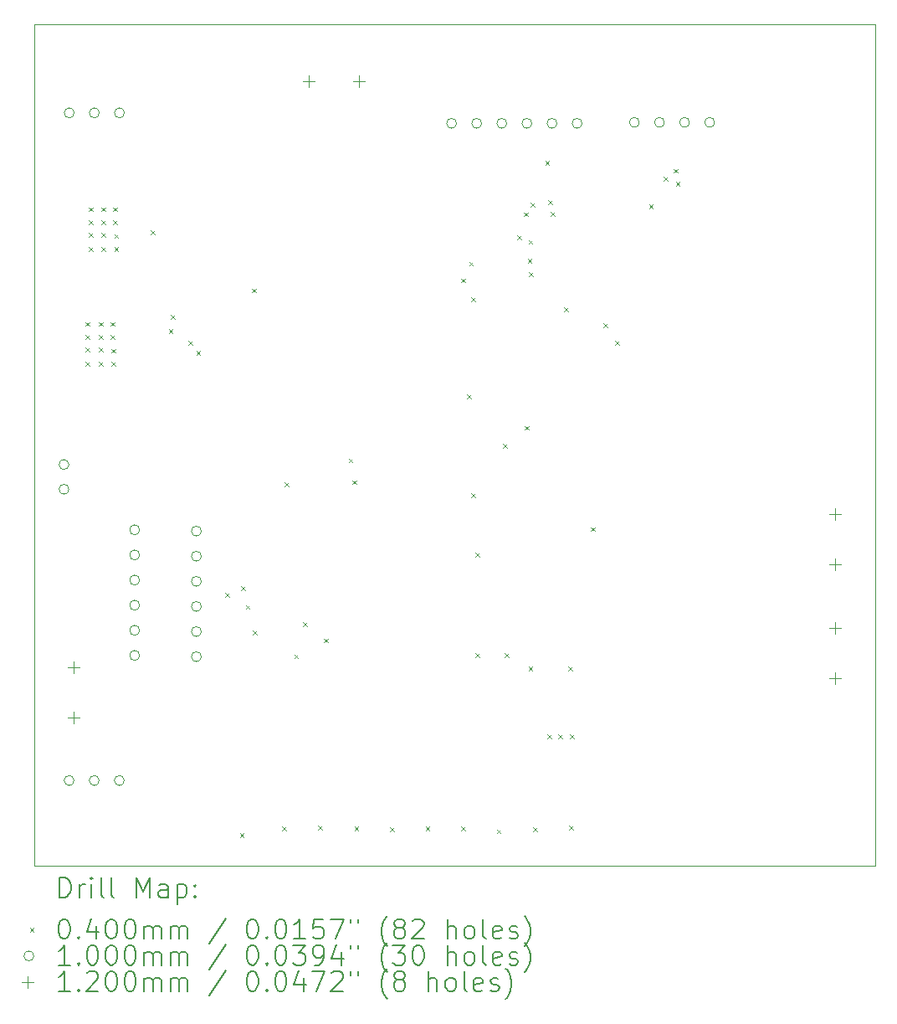
<source format=gbr>
%TF.GenerationSoftware,KiCad,Pcbnew,7.0.9*%
%TF.CreationDate,2024-06-22T09:01:44+05:30*%
%TF.ProjectId,BMS_LV_ADDON,424d535f-4c56-45f4-9144-444f4e2e6b69,rev?*%
%TF.SameCoordinates,Original*%
%TF.FileFunction,Drillmap*%
%TF.FilePolarity,Positive*%
%FSLAX45Y45*%
G04 Gerber Fmt 4.5, Leading zero omitted, Abs format (unit mm)*
G04 Created by KiCad (PCBNEW 7.0.9) date 2024-06-22 09:01:44*
%MOMM*%
%LPD*%
G01*
G04 APERTURE LIST*
%ADD10C,0.100000*%
%ADD11C,0.200000*%
%ADD12C,0.120000*%
G04 APERTURE END LIST*
D10*
X0Y0D02*
X8510000Y0D01*
X8510000Y-8510000D01*
X0Y-8510000D01*
X0Y0D01*
D11*
D10*
X520000Y-3010000D02*
X560000Y-3050000D01*
X560000Y-3010000D02*
X520000Y-3050000D01*
X520000Y-3140000D02*
X560000Y-3180000D01*
X560000Y-3140000D02*
X520000Y-3180000D01*
X520000Y-3270000D02*
X560000Y-3310000D01*
X560000Y-3270000D02*
X520000Y-3310000D01*
X520000Y-3410000D02*
X560000Y-3450000D01*
X560000Y-3410000D02*
X520000Y-3450000D01*
X550000Y-1850000D02*
X590000Y-1890000D01*
X590000Y-1850000D02*
X550000Y-1890000D01*
X550000Y-1980000D02*
X590000Y-2020000D01*
X590000Y-1980000D02*
X550000Y-2020000D01*
X550000Y-2110000D02*
X590000Y-2150000D01*
X590000Y-2110000D02*
X550000Y-2150000D01*
X550000Y-2250000D02*
X590000Y-2290000D01*
X590000Y-2250000D02*
X550000Y-2290000D01*
X650000Y-3010000D02*
X690000Y-3050000D01*
X690000Y-3010000D02*
X650000Y-3050000D01*
X650000Y-3140000D02*
X690000Y-3180000D01*
X690000Y-3140000D02*
X650000Y-3180000D01*
X650000Y-3270000D02*
X690000Y-3310000D01*
X690000Y-3270000D02*
X650000Y-3310000D01*
X650000Y-3410000D02*
X690000Y-3450000D01*
X690000Y-3410000D02*
X650000Y-3450000D01*
X680000Y-1850000D02*
X720000Y-1890000D01*
X720000Y-1850000D02*
X680000Y-1890000D01*
X680000Y-1980000D02*
X720000Y-2020000D01*
X720000Y-1980000D02*
X680000Y-2020000D01*
X680000Y-2110000D02*
X720000Y-2150000D01*
X720000Y-2110000D02*
X680000Y-2150000D01*
X680000Y-2250000D02*
X720000Y-2290000D01*
X720000Y-2250000D02*
X680000Y-2290000D01*
X770000Y-3010000D02*
X810000Y-3050000D01*
X810000Y-3010000D02*
X770000Y-3050000D01*
X770000Y-3140000D02*
X810000Y-3180000D01*
X810000Y-3140000D02*
X770000Y-3180000D01*
X780000Y-3280000D02*
X820000Y-3320000D01*
X820000Y-3280000D02*
X780000Y-3320000D01*
X780000Y-3410000D02*
X820000Y-3450000D01*
X820000Y-3410000D02*
X780000Y-3450000D01*
X800000Y-1850000D02*
X840000Y-1890000D01*
X840000Y-1850000D02*
X800000Y-1890000D01*
X800000Y-1980000D02*
X840000Y-2020000D01*
X840000Y-1980000D02*
X800000Y-2020000D01*
X810000Y-2120000D02*
X850000Y-2160000D01*
X850000Y-2120000D02*
X810000Y-2160000D01*
X810000Y-2250000D02*
X850000Y-2290000D01*
X850000Y-2250000D02*
X810000Y-2290000D01*
X1180000Y-2080000D02*
X1220000Y-2120000D01*
X1220000Y-2080000D02*
X1180000Y-2120000D01*
X1360000Y-3080000D02*
X1400000Y-3120000D01*
X1400000Y-3080000D02*
X1360000Y-3120000D01*
X1380000Y-2940000D02*
X1420000Y-2980000D01*
X1420000Y-2940000D02*
X1380000Y-2980000D01*
X1560000Y-3200000D02*
X1600000Y-3240000D01*
X1600000Y-3200000D02*
X1560000Y-3240000D01*
X1640000Y-3300000D02*
X1680000Y-3340000D01*
X1680000Y-3300000D02*
X1640000Y-3340000D01*
X1930000Y-5750000D02*
X1970000Y-5790000D01*
X1970000Y-5750000D02*
X1930000Y-5790000D01*
X2080000Y-8180000D02*
X2120000Y-8220000D01*
X2120000Y-8180000D02*
X2080000Y-8220000D01*
X2091750Y-5680000D02*
X2131750Y-5720000D01*
X2131750Y-5680000D02*
X2091750Y-5720000D01*
X2140000Y-5870000D02*
X2180000Y-5910000D01*
X2180000Y-5870000D02*
X2140000Y-5910000D01*
X2200000Y-2670000D02*
X2240000Y-2710000D01*
X2240000Y-2670000D02*
X2200000Y-2710000D01*
X2210000Y-6130000D02*
X2250000Y-6170000D01*
X2250000Y-6130000D02*
X2210000Y-6170000D01*
X2510000Y-8110000D02*
X2550000Y-8150000D01*
X2550000Y-8110000D02*
X2510000Y-8150000D01*
X2530000Y-4630000D02*
X2570000Y-4670000D01*
X2570000Y-4630000D02*
X2530000Y-4670000D01*
X2630000Y-6370000D02*
X2670000Y-6410000D01*
X2670000Y-6370000D02*
X2630000Y-6410000D01*
X2717324Y-6042676D02*
X2757324Y-6082676D01*
X2757324Y-6042676D02*
X2717324Y-6082676D01*
X2870000Y-8100000D02*
X2910000Y-8140000D01*
X2910000Y-8100000D02*
X2870000Y-8140000D01*
X2930000Y-6210000D02*
X2970000Y-6250000D01*
X2970000Y-6210000D02*
X2930000Y-6250000D01*
X3179750Y-4390000D02*
X3219750Y-4430000D01*
X3219750Y-4390000D02*
X3179750Y-4430000D01*
X3220000Y-4610000D02*
X3260000Y-4650000D01*
X3260000Y-4610000D02*
X3220000Y-4650000D01*
X3240000Y-8110000D02*
X3280000Y-8150000D01*
X3280000Y-8110000D02*
X3240000Y-8150000D01*
X3600000Y-8120000D02*
X3640000Y-8160000D01*
X3640000Y-8120000D02*
X3600000Y-8160000D01*
X3960000Y-8110000D02*
X4000000Y-8150000D01*
X4000000Y-8110000D02*
X3960000Y-8150000D01*
X4317610Y-2569126D02*
X4357610Y-2609126D01*
X4357610Y-2569126D02*
X4317610Y-2609126D01*
X4320000Y-8110000D02*
X4360000Y-8150000D01*
X4360000Y-8110000D02*
X4320000Y-8150000D01*
X4380000Y-3740000D02*
X4420000Y-3780000D01*
X4420000Y-3740000D02*
X4380000Y-3780000D01*
X4400000Y-2400000D02*
X4440000Y-2440000D01*
X4440000Y-2400000D02*
X4400000Y-2440000D01*
X4420000Y-2760000D02*
X4460000Y-2800000D01*
X4460000Y-2760000D02*
X4420000Y-2800000D01*
X4420000Y-4740000D02*
X4460000Y-4780000D01*
X4460000Y-4740000D02*
X4420000Y-4780000D01*
X4460000Y-5340000D02*
X4500000Y-5380000D01*
X4500000Y-5340000D02*
X4460000Y-5380000D01*
X4460000Y-6360000D02*
X4500000Y-6400000D01*
X4500000Y-6360000D02*
X4460000Y-6400000D01*
X4680000Y-8140000D02*
X4720000Y-8180000D01*
X4720000Y-8140000D02*
X4680000Y-8180000D01*
X4740000Y-4240000D02*
X4780000Y-4280000D01*
X4780000Y-4240000D02*
X4740000Y-4280000D01*
X4760000Y-6360000D02*
X4800000Y-6400000D01*
X4800000Y-6360000D02*
X4760000Y-6400000D01*
X4888629Y-2135452D02*
X4928629Y-2175452D01*
X4928629Y-2135452D02*
X4888629Y-2175452D01*
X4953531Y-1899850D02*
X4993531Y-1939850D01*
X4993531Y-1899850D02*
X4953531Y-1939850D01*
X4960000Y-4060000D02*
X5000000Y-4100000D01*
X5000000Y-4060000D02*
X4960000Y-4100000D01*
X4991699Y-2371699D02*
X5031699Y-2411699D01*
X5031699Y-2371699D02*
X4991699Y-2411699D01*
X5000000Y-2180000D02*
X5040000Y-2220000D01*
X5040000Y-2180000D02*
X5000000Y-2220000D01*
X5000000Y-6495050D02*
X5040000Y-6535050D01*
X5040000Y-6495050D02*
X5000000Y-6535050D01*
X5002550Y-2505116D02*
X5042550Y-2545116D01*
X5042550Y-2505116D02*
X5002550Y-2545116D01*
X5020000Y-1800000D02*
X5060000Y-1840000D01*
X5060000Y-1800000D02*
X5020000Y-1840000D01*
X5050000Y-8120000D02*
X5090000Y-8160000D01*
X5090000Y-8120000D02*
X5050000Y-8160000D01*
X5170000Y-1380000D02*
X5210000Y-1420000D01*
X5210000Y-1380000D02*
X5170000Y-1420000D01*
X5190000Y-7180000D02*
X5230000Y-7220000D01*
X5230000Y-7180000D02*
X5190000Y-7220000D01*
X5200000Y-1780000D02*
X5240000Y-1820000D01*
X5240000Y-1780000D02*
X5200000Y-1820000D01*
X5226021Y-1897094D02*
X5266021Y-1937094D01*
X5266021Y-1897094D02*
X5226021Y-1937094D01*
X5300000Y-7180000D02*
X5340000Y-7220000D01*
X5340000Y-7180000D02*
X5300000Y-7220000D01*
X5360000Y-2860000D02*
X5400000Y-2900000D01*
X5400000Y-2860000D02*
X5360000Y-2900000D01*
X5400000Y-6495050D02*
X5440000Y-6535050D01*
X5440000Y-6495050D02*
X5400000Y-6535050D01*
X5410000Y-8100000D02*
X5450000Y-8140000D01*
X5450000Y-8100000D02*
X5410000Y-8140000D01*
X5420000Y-7180000D02*
X5460000Y-7220000D01*
X5460000Y-7180000D02*
X5420000Y-7220000D01*
X5630000Y-5083250D02*
X5670000Y-5123250D01*
X5670000Y-5083250D02*
X5630000Y-5123250D01*
X5760000Y-3020000D02*
X5800000Y-3060000D01*
X5800000Y-3020000D02*
X5760000Y-3060000D01*
X5880000Y-3200000D02*
X5920000Y-3240000D01*
X5920000Y-3200000D02*
X5880000Y-3240000D01*
X6220000Y-1820000D02*
X6260000Y-1860000D01*
X6260000Y-1820000D02*
X6220000Y-1860000D01*
X6370000Y-1542450D02*
X6410000Y-1582450D01*
X6410000Y-1542450D02*
X6370000Y-1582450D01*
X6470000Y-1460000D02*
X6510000Y-1500000D01*
X6510000Y-1460000D02*
X6470000Y-1500000D01*
X6490000Y-1590000D02*
X6530000Y-1630000D01*
X6530000Y-1590000D02*
X6490000Y-1630000D01*
X350000Y-4450000D02*
G75*
G03*
X350000Y-4450000I-50000J0D01*
G01*
X350000Y-4700000D02*
G75*
G03*
X350000Y-4700000I-50000J0D01*
G01*
X402000Y-7645000D02*
G75*
G03*
X402000Y-7645000I-50000J0D01*
G01*
X403500Y-893800D02*
G75*
G03*
X403500Y-893800I-50000J0D01*
G01*
X656000Y-7645000D02*
G75*
G03*
X656000Y-7645000I-50000J0D01*
G01*
X657500Y-893800D02*
G75*
G03*
X657500Y-893800I-50000J0D01*
G01*
X910000Y-7645000D02*
G75*
G03*
X910000Y-7645000I-50000J0D01*
G01*
X911500Y-893800D02*
G75*
G03*
X911500Y-893800I-50000J0D01*
G01*
X1065000Y-5110000D02*
G75*
G03*
X1065000Y-5110000I-50000J0D01*
G01*
X1065000Y-5364000D02*
G75*
G03*
X1065000Y-5364000I-50000J0D01*
G01*
X1065000Y-5618000D02*
G75*
G03*
X1065000Y-5618000I-50000J0D01*
G01*
X1065000Y-5872000D02*
G75*
G03*
X1065000Y-5872000I-50000J0D01*
G01*
X1065000Y-6126000D02*
G75*
G03*
X1065000Y-6126000I-50000J0D01*
G01*
X1065000Y-6380000D02*
G75*
G03*
X1065000Y-6380000I-50000J0D01*
G01*
X1690000Y-5123000D02*
G75*
G03*
X1690000Y-5123000I-50000J0D01*
G01*
X1690000Y-5377000D02*
G75*
G03*
X1690000Y-5377000I-50000J0D01*
G01*
X1690000Y-5631000D02*
G75*
G03*
X1690000Y-5631000I-50000J0D01*
G01*
X1690000Y-5885000D02*
G75*
G03*
X1690000Y-5885000I-50000J0D01*
G01*
X1690000Y-6139000D02*
G75*
G03*
X1690000Y-6139000I-50000J0D01*
G01*
X1690000Y-6393000D02*
G75*
G03*
X1690000Y-6393000I-50000J0D01*
G01*
X4272500Y-1000000D02*
G75*
G03*
X4272500Y-1000000I-50000J0D01*
G01*
X4526500Y-1000000D02*
G75*
G03*
X4526500Y-1000000I-50000J0D01*
G01*
X4780500Y-1000000D02*
G75*
G03*
X4780500Y-1000000I-50000J0D01*
G01*
X5034500Y-1000000D02*
G75*
G03*
X5034500Y-1000000I-50000J0D01*
G01*
X5288500Y-1000000D02*
G75*
G03*
X5288500Y-1000000I-50000J0D01*
G01*
X5542500Y-1000000D02*
G75*
G03*
X5542500Y-1000000I-50000J0D01*
G01*
X6122000Y-990000D02*
G75*
G03*
X6122000Y-990000I-50000J0D01*
G01*
X6376000Y-990000D02*
G75*
G03*
X6376000Y-990000I-50000J0D01*
G01*
X6630000Y-990000D02*
G75*
G03*
X6630000Y-990000I-50000J0D01*
G01*
X6884000Y-990000D02*
G75*
G03*
X6884000Y-990000I-50000J0D01*
G01*
D12*
X400000Y-6440000D02*
X400000Y-6560000D01*
X340000Y-6500000D02*
X460000Y-6500000D01*
X400000Y-6948000D02*
X400000Y-7068000D01*
X340000Y-7008000D02*
X460000Y-7008000D01*
X2774200Y-514000D02*
X2774200Y-634000D01*
X2714200Y-574000D02*
X2834200Y-574000D01*
X3282200Y-514000D02*
X3282200Y-634000D01*
X3222200Y-574000D02*
X3342200Y-574000D01*
X8100000Y-4887750D02*
X8100000Y-5007750D01*
X8040000Y-4947750D02*
X8160000Y-4947750D01*
X8100000Y-5395750D02*
X8100000Y-5515750D01*
X8040000Y-5455750D02*
X8160000Y-5455750D01*
X8100000Y-6040000D02*
X8100000Y-6160000D01*
X8040000Y-6100000D02*
X8160000Y-6100000D01*
X8100000Y-6548000D02*
X8100000Y-6668000D01*
X8040000Y-6608000D02*
X8160000Y-6608000D01*
D11*
X255777Y-8826484D02*
X255777Y-8626484D01*
X255777Y-8626484D02*
X303396Y-8626484D01*
X303396Y-8626484D02*
X331967Y-8636008D01*
X331967Y-8636008D02*
X351015Y-8655055D01*
X351015Y-8655055D02*
X360539Y-8674103D01*
X360539Y-8674103D02*
X370062Y-8712198D01*
X370062Y-8712198D02*
X370062Y-8740770D01*
X370062Y-8740770D02*
X360539Y-8778865D01*
X360539Y-8778865D02*
X351015Y-8797912D01*
X351015Y-8797912D02*
X331967Y-8816960D01*
X331967Y-8816960D02*
X303396Y-8826484D01*
X303396Y-8826484D02*
X255777Y-8826484D01*
X455777Y-8826484D02*
X455777Y-8693150D01*
X455777Y-8731246D02*
X465301Y-8712198D01*
X465301Y-8712198D02*
X474824Y-8702674D01*
X474824Y-8702674D02*
X493872Y-8693150D01*
X493872Y-8693150D02*
X512920Y-8693150D01*
X579586Y-8826484D02*
X579586Y-8693150D01*
X579586Y-8626484D02*
X570063Y-8636008D01*
X570063Y-8636008D02*
X579586Y-8645531D01*
X579586Y-8645531D02*
X589110Y-8636008D01*
X589110Y-8636008D02*
X579586Y-8626484D01*
X579586Y-8626484D02*
X579586Y-8645531D01*
X703396Y-8826484D02*
X684348Y-8816960D01*
X684348Y-8816960D02*
X674824Y-8797912D01*
X674824Y-8797912D02*
X674824Y-8626484D01*
X808158Y-8826484D02*
X789110Y-8816960D01*
X789110Y-8816960D02*
X779586Y-8797912D01*
X779586Y-8797912D02*
X779586Y-8626484D01*
X1036729Y-8826484D02*
X1036729Y-8626484D01*
X1036729Y-8626484D02*
X1103396Y-8769341D01*
X1103396Y-8769341D02*
X1170063Y-8626484D01*
X1170063Y-8626484D02*
X1170063Y-8826484D01*
X1351015Y-8826484D02*
X1351015Y-8721722D01*
X1351015Y-8721722D02*
X1341491Y-8702674D01*
X1341491Y-8702674D02*
X1322444Y-8693150D01*
X1322444Y-8693150D02*
X1284348Y-8693150D01*
X1284348Y-8693150D02*
X1265301Y-8702674D01*
X1351015Y-8816960D02*
X1331967Y-8826484D01*
X1331967Y-8826484D02*
X1284348Y-8826484D01*
X1284348Y-8826484D02*
X1265301Y-8816960D01*
X1265301Y-8816960D02*
X1255777Y-8797912D01*
X1255777Y-8797912D02*
X1255777Y-8778865D01*
X1255777Y-8778865D02*
X1265301Y-8759817D01*
X1265301Y-8759817D02*
X1284348Y-8750293D01*
X1284348Y-8750293D02*
X1331967Y-8750293D01*
X1331967Y-8750293D02*
X1351015Y-8740770D01*
X1446253Y-8693150D02*
X1446253Y-8893150D01*
X1446253Y-8702674D02*
X1465301Y-8693150D01*
X1465301Y-8693150D02*
X1503396Y-8693150D01*
X1503396Y-8693150D02*
X1522443Y-8702674D01*
X1522443Y-8702674D02*
X1531967Y-8712198D01*
X1531967Y-8712198D02*
X1541491Y-8731246D01*
X1541491Y-8731246D02*
X1541491Y-8788389D01*
X1541491Y-8788389D02*
X1531967Y-8807436D01*
X1531967Y-8807436D02*
X1522443Y-8816960D01*
X1522443Y-8816960D02*
X1503396Y-8826484D01*
X1503396Y-8826484D02*
X1465301Y-8826484D01*
X1465301Y-8826484D02*
X1446253Y-8816960D01*
X1627205Y-8807436D02*
X1636729Y-8816960D01*
X1636729Y-8816960D02*
X1627205Y-8826484D01*
X1627205Y-8826484D02*
X1617682Y-8816960D01*
X1617682Y-8816960D02*
X1627205Y-8807436D01*
X1627205Y-8807436D02*
X1627205Y-8826484D01*
X1627205Y-8702674D02*
X1636729Y-8712198D01*
X1636729Y-8712198D02*
X1627205Y-8721722D01*
X1627205Y-8721722D02*
X1617682Y-8712198D01*
X1617682Y-8712198D02*
X1627205Y-8702674D01*
X1627205Y-8702674D02*
X1627205Y-8721722D01*
D10*
X-45000Y-9135000D02*
X-5000Y-9175000D01*
X-5000Y-9135000D02*
X-45000Y-9175000D01*
D11*
X293872Y-9046484D02*
X312920Y-9046484D01*
X312920Y-9046484D02*
X331967Y-9056008D01*
X331967Y-9056008D02*
X341491Y-9065531D01*
X341491Y-9065531D02*
X351015Y-9084579D01*
X351015Y-9084579D02*
X360539Y-9122674D01*
X360539Y-9122674D02*
X360539Y-9170293D01*
X360539Y-9170293D02*
X351015Y-9208389D01*
X351015Y-9208389D02*
X341491Y-9227436D01*
X341491Y-9227436D02*
X331967Y-9236960D01*
X331967Y-9236960D02*
X312920Y-9246484D01*
X312920Y-9246484D02*
X293872Y-9246484D01*
X293872Y-9246484D02*
X274824Y-9236960D01*
X274824Y-9236960D02*
X265301Y-9227436D01*
X265301Y-9227436D02*
X255777Y-9208389D01*
X255777Y-9208389D02*
X246253Y-9170293D01*
X246253Y-9170293D02*
X246253Y-9122674D01*
X246253Y-9122674D02*
X255777Y-9084579D01*
X255777Y-9084579D02*
X265301Y-9065531D01*
X265301Y-9065531D02*
X274824Y-9056008D01*
X274824Y-9056008D02*
X293872Y-9046484D01*
X446253Y-9227436D02*
X455777Y-9236960D01*
X455777Y-9236960D02*
X446253Y-9246484D01*
X446253Y-9246484D02*
X436729Y-9236960D01*
X436729Y-9236960D02*
X446253Y-9227436D01*
X446253Y-9227436D02*
X446253Y-9246484D01*
X627205Y-9113150D02*
X627205Y-9246484D01*
X579586Y-9036960D02*
X531967Y-9179817D01*
X531967Y-9179817D02*
X655777Y-9179817D01*
X770062Y-9046484D02*
X789110Y-9046484D01*
X789110Y-9046484D02*
X808158Y-9056008D01*
X808158Y-9056008D02*
X817682Y-9065531D01*
X817682Y-9065531D02*
X827205Y-9084579D01*
X827205Y-9084579D02*
X836729Y-9122674D01*
X836729Y-9122674D02*
X836729Y-9170293D01*
X836729Y-9170293D02*
X827205Y-9208389D01*
X827205Y-9208389D02*
X817682Y-9227436D01*
X817682Y-9227436D02*
X808158Y-9236960D01*
X808158Y-9236960D02*
X789110Y-9246484D01*
X789110Y-9246484D02*
X770062Y-9246484D01*
X770062Y-9246484D02*
X751015Y-9236960D01*
X751015Y-9236960D02*
X741491Y-9227436D01*
X741491Y-9227436D02*
X731967Y-9208389D01*
X731967Y-9208389D02*
X722443Y-9170293D01*
X722443Y-9170293D02*
X722443Y-9122674D01*
X722443Y-9122674D02*
X731967Y-9084579D01*
X731967Y-9084579D02*
X741491Y-9065531D01*
X741491Y-9065531D02*
X751015Y-9056008D01*
X751015Y-9056008D02*
X770062Y-9046484D01*
X960539Y-9046484D02*
X979586Y-9046484D01*
X979586Y-9046484D02*
X998634Y-9056008D01*
X998634Y-9056008D02*
X1008158Y-9065531D01*
X1008158Y-9065531D02*
X1017682Y-9084579D01*
X1017682Y-9084579D02*
X1027205Y-9122674D01*
X1027205Y-9122674D02*
X1027205Y-9170293D01*
X1027205Y-9170293D02*
X1017682Y-9208389D01*
X1017682Y-9208389D02*
X1008158Y-9227436D01*
X1008158Y-9227436D02*
X998634Y-9236960D01*
X998634Y-9236960D02*
X979586Y-9246484D01*
X979586Y-9246484D02*
X960539Y-9246484D01*
X960539Y-9246484D02*
X941491Y-9236960D01*
X941491Y-9236960D02*
X931967Y-9227436D01*
X931967Y-9227436D02*
X922443Y-9208389D01*
X922443Y-9208389D02*
X912920Y-9170293D01*
X912920Y-9170293D02*
X912920Y-9122674D01*
X912920Y-9122674D02*
X922443Y-9084579D01*
X922443Y-9084579D02*
X931967Y-9065531D01*
X931967Y-9065531D02*
X941491Y-9056008D01*
X941491Y-9056008D02*
X960539Y-9046484D01*
X1112920Y-9246484D02*
X1112920Y-9113150D01*
X1112920Y-9132198D02*
X1122444Y-9122674D01*
X1122444Y-9122674D02*
X1141491Y-9113150D01*
X1141491Y-9113150D02*
X1170063Y-9113150D01*
X1170063Y-9113150D02*
X1189110Y-9122674D01*
X1189110Y-9122674D02*
X1198634Y-9141722D01*
X1198634Y-9141722D02*
X1198634Y-9246484D01*
X1198634Y-9141722D02*
X1208158Y-9122674D01*
X1208158Y-9122674D02*
X1227205Y-9113150D01*
X1227205Y-9113150D02*
X1255777Y-9113150D01*
X1255777Y-9113150D02*
X1274825Y-9122674D01*
X1274825Y-9122674D02*
X1284348Y-9141722D01*
X1284348Y-9141722D02*
X1284348Y-9246484D01*
X1379586Y-9246484D02*
X1379586Y-9113150D01*
X1379586Y-9132198D02*
X1389110Y-9122674D01*
X1389110Y-9122674D02*
X1408158Y-9113150D01*
X1408158Y-9113150D02*
X1436729Y-9113150D01*
X1436729Y-9113150D02*
X1455777Y-9122674D01*
X1455777Y-9122674D02*
X1465301Y-9141722D01*
X1465301Y-9141722D02*
X1465301Y-9246484D01*
X1465301Y-9141722D02*
X1474824Y-9122674D01*
X1474824Y-9122674D02*
X1493872Y-9113150D01*
X1493872Y-9113150D02*
X1522443Y-9113150D01*
X1522443Y-9113150D02*
X1541491Y-9122674D01*
X1541491Y-9122674D02*
X1551015Y-9141722D01*
X1551015Y-9141722D02*
X1551015Y-9246484D01*
X1941491Y-9036960D02*
X1770063Y-9294103D01*
X2198634Y-9046484D02*
X2217682Y-9046484D01*
X2217682Y-9046484D02*
X2236729Y-9056008D01*
X2236729Y-9056008D02*
X2246253Y-9065531D01*
X2246253Y-9065531D02*
X2255777Y-9084579D01*
X2255777Y-9084579D02*
X2265301Y-9122674D01*
X2265301Y-9122674D02*
X2265301Y-9170293D01*
X2265301Y-9170293D02*
X2255777Y-9208389D01*
X2255777Y-9208389D02*
X2246253Y-9227436D01*
X2246253Y-9227436D02*
X2236729Y-9236960D01*
X2236729Y-9236960D02*
X2217682Y-9246484D01*
X2217682Y-9246484D02*
X2198634Y-9246484D01*
X2198634Y-9246484D02*
X2179587Y-9236960D01*
X2179587Y-9236960D02*
X2170063Y-9227436D01*
X2170063Y-9227436D02*
X2160539Y-9208389D01*
X2160539Y-9208389D02*
X2151015Y-9170293D01*
X2151015Y-9170293D02*
X2151015Y-9122674D01*
X2151015Y-9122674D02*
X2160539Y-9084579D01*
X2160539Y-9084579D02*
X2170063Y-9065531D01*
X2170063Y-9065531D02*
X2179587Y-9056008D01*
X2179587Y-9056008D02*
X2198634Y-9046484D01*
X2351015Y-9227436D02*
X2360539Y-9236960D01*
X2360539Y-9236960D02*
X2351015Y-9246484D01*
X2351015Y-9246484D02*
X2341491Y-9236960D01*
X2341491Y-9236960D02*
X2351015Y-9227436D01*
X2351015Y-9227436D02*
X2351015Y-9246484D01*
X2484348Y-9046484D02*
X2503396Y-9046484D01*
X2503396Y-9046484D02*
X2522444Y-9056008D01*
X2522444Y-9056008D02*
X2531968Y-9065531D01*
X2531968Y-9065531D02*
X2541491Y-9084579D01*
X2541491Y-9084579D02*
X2551015Y-9122674D01*
X2551015Y-9122674D02*
X2551015Y-9170293D01*
X2551015Y-9170293D02*
X2541491Y-9208389D01*
X2541491Y-9208389D02*
X2531968Y-9227436D01*
X2531968Y-9227436D02*
X2522444Y-9236960D01*
X2522444Y-9236960D02*
X2503396Y-9246484D01*
X2503396Y-9246484D02*
X2484348Y-9246484D01*
X2484348Y-9246484D02*
X2465301Y-9236960D01*
X2465301Y-9236960D02*
X2455777Y-9227436D01*
X2455777Y-9227436D02*
X2446253Y-9208389D01*
X2446253Y-9208389D02*
X2436729Y-9170293D01*
X2436729Y-9170293D02*
X2436729Y-9122674D01*
X2436729Y-9122674D02*
X2446253Y-9084579D01*
X2446253Y-9084579D02*
X2455777Y-9065531D01*
X2455777Y-9065531D02*
X2465301Y-9056008D01*
X2465301Y-9056008D02*
X2484348Y-9046484D01*
X2741491Y-9246484D02*
X2627206Y-9246484D01*
X2684348Y-9246484D02*
X2684348Y-9046484D01*
X2684348Y-9046484D02*
X2665301Y-9075055D01*
X2665301Y-9075055D02*
X2646253Y-9094103D01*
X2646253Y-9094103D02*
X2627206Y-9103627D01*
X2922444Y-9046484D02*
X2827206Y-9046484D01*
X2827206Y-9046484D02*
X2817682Y-9141722D01*
X2817682Y-9141722D02*
X2827206Y-9132198D01*
X2827206Y-9132198D02*
X2846253Y-9122674D01*
X2846253Y-9122674D02*
X2893872Y-9122674D01*
X2893872Y-9122674D02*
X2912920Y-9132198D01*
X2912920Y-9132198D02*
X2922444Y-9141722D01*
X2922444Y-9141722D02*
X2931967Y-9160770D01*
X2931967Y-9160770D02*
X2931967Y-9208389D01*
X2931967Y-9208389D02*
X2922444Y-9227436D01*
X2922444Y-9227436D02*
X2912920Y-9236960D01*
X2912920Y-9236960D02*
X2893872Y-9246484D01*
X2893872Y-9246484D02*
X2846253Y-9246484D01*
X2846253Y-9246484D02*
X2827206Y-9236960D01*
X2827206Y-9236960D02*
X2817682Y-9227436D01*
X2998634Y-9046484D02*
X3131967Y-9046484D01*
X3131967Y-9046484D02*
X3046253Y-9246484D01*
X3198634Y-9046484D02*
X3198634Y-9084579D01*
X3274825Y-9046484D02*
X3274825Y-9084579D01*
X3570063Y-9322674D02*
X3560539Y-9313150D01*
X3560539Y-9313150D02*
X3541491Y-9284579D01*
X3541491Y-9284579D02*
X3531968Y-9265531D01*
X3531968Y-9265531D02*
X3522444Y-9236960D01*
X3522444Y-9236960D02*
X3512920Y-9189341D01*
X3512920Y-9189341D02*
X3512920Y-9151246D01*
X3512920Y-9151246D02*
X3522444Y-9103627D01*
X3522444Y-9103627D02*
X3531968Y-9075055D01*
X3531968Y-9075055D02*
X3541491Y-9056008D01*
X3541491Y-9056008D02*
X3560539Y-9027436D01*
X3560539Y-9027436D02*
X3570063Y-9017912D01*
X3674825Y-9132198D02*
X3655777Y-9122674D01*
X3655777Y-9122674D02*
X3646253Y-9113150D01*
X3646253Y-9113150D02*
X3636729Y-9094103D01*
X3636729Y-9094103D02*
X3636729Y-9084579D01*
X3636729Y-9084579D02*
X3646253Y-9065531D01*
X3646253Y-9065531D02*
X3655777Y-9056008D01*
X3655777Y-9056008D02*
X3674825Y-9046484D01*
X3674825Y-9046484D02*
X3712920Y-9046484D01*
X3712920Y-9046484D02*
X3731968Y-9056008D01*
X3731968Y-9056008D02*
X3741491Y-9065531D01*
X3741491Y-9065531D02*
X3751015Y-9084579D01*
X3751015Y-9084579D02*
X3751015Y-9094103D01*
X3751015Y-9094103D02*
X3741491Y-9113150D01*
X3741491Y-9113150D02*
X3731968Y-9122674D01*
X3731968Y-9122674D02*
X3712920Y-9132198D01*
X3712920Y-9132198D02*
X3674825Y-9132198D01*
X3674825Y-9132198D02*
X3655777Y-9141722D01*
X3655777Y-9141722D02*
X3646253Y-9151246D01*
X3646253Y-9151246D02*
X3636729Y-9170293D01*
X3636729Y-9170293D02*
X3636729Y-9208389D01*
X3636729Y-9208389D02*
X3646253Y-9227436D01*
X3646253Y-9227436D02*
X3655777Y-9236960D01*
X3655777Y-9236960D02*
X3674825Y-9246484D01*
X3674825Y-9246484D02*
X3712920Y-9246484D01*
X3712920Y-9246484D02*
X3731968Y-9236960D01*
X3731968Y-9236960D02*
X3741491Y-9227436D01*
X3741491Y-9227436D02*
X3751015Y-9208389D01*
X3751015Y-9208389D02*
X3751015Y-9170293D01*
X3751015Y-9170293D02*
X3741491Y-9151246D01*
X3741491Y-9151246D02*
X3731968Y-9141722D01*
X3731968Y-9141722D02*
X3712920Y-9132198D01*
X3827206Y-9065531D02*
X3836729Y-9056008D01*
X3836729Y-9056008D02*
X3855777Y-9046484D01*
X3855777Y-9046484D02*
X3903396Y-9046484D01*
X3903396Y-9046484D02*
X3922444Y-9056008D01*
X3922444Y-9056008D02*
X3931968Y-9065531D01*
X3931968Y-9065531D02*
X3941491Y-9084579D01*
X3941491Y-9084579D02*
X3941491Y-9103627D01*
X3941491Y-9103627D02*
X3931968Y-9132198D01*
X3931968Y-9132198D02*
X3817682Y-9246484D01*
X3817682Y-9246484D02*
X3941491Y-9246484D01*
X4179587Y-9246484D02*
X4179587Y-9046484D01*
X4265301Y-9246484D02*
X4265301Y-9141722D01*
X4265301Y-9141722D02*
X4255777Y-9122674D01*
X4255777Y-9122674D02*
X4236730Y-9113150D01*
X4236730Y-9113150D02*
X4208158Y-9113150D01*
X4208158Y-9113150D02*
X4189110Y-9122674D01*
X4189110Y-9122674D02*
X4179587Y-9132198D01*
X4389111Y-9246484D02*
X4370063Y-9236960D01*
X4370063Y-9236960D02*
X4360539Y-9227436D01*
X4360539Y-9227436D02*
X4351015Y-9208389D01*
X4351015Y-9208389D02*
X4351015Y-9151246D01*
X4351015Y-9151246D02*
X4360539Y-9132198D01*
X4360539Y-9132198D02*
X4370063Y-9122674D01*
X4370063Y-9122674D02*
X4389111Y-9113150D01*
X4389111Y-9113150D02*
X4417682Y-9113150D01*
X4417682Y-9113150D02*
X4436730Y-9122674D01*
X4436730Y-9122674D02*
X4446253Y-9132198D01*
X4446253Y-9132198D02*
X4455777Y-9151246D01*
X4455777Y-9151246D02*
X4455777Y-9208389D01*
X4455777Y-9208389D02*
X4446253Y-9227436D01*
X4446253Y-9227436D02*
X4436730Y-9236960D01*
X4436730Y-9236960D02*
X4417682Y-9246484D01*
X4417682Y-9246484D02*
X4389111Y-9246484D01*
X4570063Y-9246484D02*
X4551015Y-9236960D01*
X4551015Y-9236960D02*
X4541492Y-9217912D01*
X4541492Y-9217912D02*
X4541492Y-9046484D01*
X4722444Y-9236960D02*
X4703396Y-9246484D01*
X4703396Y-9246484D02*
X4665301Y-9246484D01*
X4665301Y-9246484D02*
X4646253Y-9236960D01*
X4646253Y-9236960D02*
X4636730Y-9217912D01*
X4636730Y-9217912D02*
X4636730Y-9141722D01*
X4636730Y-9141722D02*
X4646253Y-9122674D01*
X4646253Y-9122674D02*
X4665301Y-9113150D01*
X4665301Y-9113150D02*
X4703396Y-9113150D01*
X4703396Y-9113150D02*
X4722444Y-9122674D01*
X4722444Y-9122674D02*
X4731968Y-9141722D01*
X4731968Y-9141722D02*
X4731968Y-9160770D01*
X4731968Y-9160770D02*
X4636730Y-9179817D01*
X4808158Y-9236960D02*
X4827206Y-9246484D01*
X4827206Y-9246484D02*
X4865301Y-9246484D01*
X4865301Y-9246484D02*
X4884349Y-9236960D01*
X4884349Y-9236960D02*
X4893873Y-9217912D01*
X4893873Y-9217912D02*
X4893873Y-9208389D01*
X4893873Y-9208389D02*
X4884349Y-9189341D01*
X4884349Y-9189341D02*
X4865301Y-9179817D01*
X4865301Y-9179817D02*
X4836730Y-9179817D01*
X4836730Y-9179817D02*
X4817682Y-9170293D01*
X4817682Y-9170293D02*
X4808158Y-9151246D01*
X4808158Y-9151246D02*
X4808158Y-9141722D01*
X4808158Y-9141722D02*
X4817682Y-9122674D01*
X4817682Y-9122674D02*
X4836730Y-9113150D01*
X4836730Y-9113150D02*
X4865301Y-9113150D01*
X4865301Y-9113150D02*
X4884349Y-9122674D01*
X4960539Y-9322674D02*
X4970063Y-9313150D01*
X4970063Y-9313150D02*
X4989111Y-9284579D01*
X4989111Y-9284579D02*
X4998634Y-9265531D01*
X4998634Y-9265531D02*
X5008158Y-9236960D01*
X5008158Y-9236960D02*
X5017682Y-9189341D01*
X5017682Y-9189341D02*
X5017682Y-9151246D01*
X5017682Y-9151246D02*
X5008158Y-9103627D01*
X5008158Y-9103627D02*
X4998634Y-9075055D01*
X4998634Y-9075055D02*
X4989111Y-9056008D01*
X4989111Y-9056008D02*
X4970063Y-9027436D01*
X4970063Y-9027436D02*
X4960539Y-9017912D01*
D10*
X-5000Y-9419000D02*
G75*
G03*
X-5000Y-9419000I-50000J0D01*
G01*
D11*
X360539Y-9510484D02*
X246253Y-9510484D01*
X303396Y-9510484D02*
X303396Y-9310484D01*
X303396Y-9310484D02*
X284348Y-9339055D01*
X284348Y-9339055D02*
X265301Y-9358103D01*
X265301Y-9358103D02*
X246253Y-9367627D01*
X446253Y-9491436D02*
X455777Y-9500960D01*
X455777Y-9500960D02*
X446253Y-9510484D01*
X446253Y-9510484D02*
X436729Y-9500960D01*
X436729Y-9500960D02*
X446253Y-9491436D01*
X446253Y-9491436D02*
X446253Y-9510484D01*
X579586Y-9310484D02*
X598634Y-9310484D01*
X598634Y-9310484D02*
X617682Y-9320008D01*
X617682Y-9320008D02*
X627205Y-9329531D01*
X627205Y-9329531D02*
X636729Y-9348579D01*
X636729Y-9348579D02*
X646253Y-9386674D01*
X646253Y-9386674D02*
X646253Y-9434293D01*
X646253Y-9434293D02*
X636729Y-9472389D01*
X636729Y-9472389D02*
X627205Y-9491436D01*
X627205Y-9491436D02*
X617682Y-9500960D01*
X617682Y-9500960D02*
X598634Y-9510484D01*
X598634Y-9510484D02*
X579586Y-9510484D01*
X579586Y-9510484D02*
X560539Y-9500960D01*
X560539Y-9500960D02*
X551015Y-9491436D01*
X551015Y-9491436D02*
X541491Y-9472389D01*
X541491Y-9472389D02*
X531967Y-9434293D01*
X531967Y-9434293D02*
X531967Y-9386674D01*
X531967Y-9386674D02*
X541491Y-9348579D01*
X541491Y-9348579D02*
X551015Y-9329531D01*
X551015Y-9329531D02*
X560539Y-9320008D01*
X560539Y-9320008D02*
X579586Y-9310484D01*
X770062Y-9310484D02*
X789110Y-9310484D01*
X789110Y-9310484D02*
X808158Y-9320008D01*
X808158Y-9320008D02*
X817682Y-9329531D01*
X817682Y-9329531D02*
X827205Y-9348579D01*
X827205Y-9348579D02*
X836729Y-9386674D01*
X836729Y-9386674D02*
X836729Y-9434293D01*
X836729Y-9434293D02*
X827205Y-9472389D01*
X827205Y-9472389D02*
X817682Y-9491436D01*
X817682Y-9491436D02*
X808158Y-9500960D01*
X808158Y-9500960D02*
X789110Y-9510484D01*
X789110Y-9510484D02*
X770062Y-9510484D01*
X770062Y-9510484D02*
X751015Y-9500960D01*
X751015Y-9500960D02*
X741491Y-9491436D01*
X741491Y-9491436D02*
X731967Y-9472389D01*
X731967Y-9472389D02*
X722443Y-9434293D01*
X722443Y-9434293D02*
X722443Y-9386674D01*
X722443Y-9386674D02*
X731967Y-9348579D01*
X731967Y-9348579D02*
X741491Y-9329531D01*
X741491Y-9329531D02*
X751015Y-9320008D01*
X751015Y-9320008D02*
X770062Y-9310484D01*
X960539Y-9310484D02*
X979586Y-9310484D01*
X979586Y-9310484D02*
X998634Y-9320008D01*
X998634Y-9320008D02*
X1008158Y-9329531D01*
X1008158Y-9329531D02*
X1017682Y-9348579D01*
X1017682Y-9348579D02*
X1027205Y-9386674D01*
X1027205Y-9386674D02*
X1027205Y-9434293D01*
X1027205Y-9434293D02*
X1017682Y-9472389D01*
X1017682Y-9472389D02*
X1008158Y-9491436D01*
X1008158Y-9491436D02*
X998634Y-9500960D01*
X998634Y-9500960D02*
X979586Y-9510484D01*
X979586Y-9510484D02*
X960539Y-9510484D01*
X960539Y-9510484D02*
X941491Y-9500960D01*
X941491Y-9500960D02*
X931967Y-9491436D01*
X931967Y-9491436D02*
X922443Y-9472389D01*
X922443Y-9472389D02*
X912920Y-9434293D01*
X912920Y-9434293D02*
X912920Y-9386674D01*
X912920Y-9386674D02*
X922443Y-9348579D01*
X922443Y-9348579D02*
X931967Y-9329531D01*
X931967Y-9329531D02*
X941491Y-9320008D01*
X941491Y-9320008D02*
X960539Y-9310484D01*
X1112920Y-9510484D02*
X1112920Y-9377150D01*
X1112920Y-9396198D02*
X1122444Y-9386674D01*
X1122444Y-9386674D02*
X1141491Y-9377150D01*
X1141491Y-9377150D02*
X1170063Y-9377150D01*
X1170063Y-9377150D02*
X1189110Y-9386674D01*
X1189110Y-9386674D02*
X1198634Y-9405722D01*
X1198634Y-9405722D02*
X1198634Y-9510484D01*
X1198634Y-9405722D02*
X1208158Y-9386674D01*
X1208158Y-9386674D02*
X1227205Y-9377150D01*
X1227205Y-9377150D02*
X1255777Y-9377150D01*
X1255777Y-9377150D02*
X1274825Y-9386674D01*
X1274825Y-9386674D02*
X1284348Y-9405722D01*
X1284348Y-9405722D02*
X1284348Y-9510484D01*
X1379586Y-9510484D02*
X1379586Y-9377150D01*
X1379586Y-9396198D02*
X1389110Y-9386674D01*
X1389110Y-9386674D02*
X1408158Y-9377150D01*
X1408158Y-9377150D02*
X1436729Y-9377150D01*
X1436729Y-9377150D02*
X1455777Y-9386674D01*
X1455777Y-9386674D02*
X1465301Y-9405722D01*
X1465301Y-9405722D02*
X1465301Y-9510484D01*
X1465301Y-9405722D02*
X1474824Y-9386674D01*
X1474824Y-9386674D02*
X1493872Y-9377150D01*
X1493872Y-9377150D02*
X1522443Y-9377150D01*
X1522443Y-9377150D02*
X1541491Y-9386674D01*
X1541491Y-9386674D02*
X1551015Y-9405722D01*
X1551015Y-9405722D02*
X1551015Y-9510484D01*
X1941491Y-9300960D02*
X1770063Y-9558103D01*
X2198634Y-9310484D02*
X2217682Y-9310484D01*
X2217682Y-9310484D02*
X2236729Y-9320008D01*
X2236729Y-9320008D02*
X2246253Y-9329531D01*
X2246253Y-9329531D02*
X2255777Y-9348579D01*
X2255777Y-9348579D02*
X2265301Y-9386674D01*
X2265301Y-9386674D02*
X2265301Y-9434293D01*
X2265301Y-9434293D02*
X2255777Y-9472389D01*
X2255777Y-9472389D02*
X2246253Y-9491436D01*
X2246253Y-9491436D02*
X2236729Y-9500960D01*
X2236729Y-9500960D02*
X2217682Y-9510484D01*
X2217682Y-9510484D02*
X2198634Y-9510484D01*
X2198634Y-9510484D02*
X2179587Y-9500960D01*
X2179587Y-9500960D02*
X2170063Y-9491436D01*
X2170063Y-9491436D02*
X2160539Y-9472389D01*
X2160539Y-9472389D02*
X2151015Y-9434293D01*
X2151015Y-9434293D02*
X2151015Y-9386674D01*
X2151015Y-9386674D02*
X2160539Y-9348579D01*
X2160539Y-9348579D02*
X2170063Y-9329531D01*
X2170063Y-9329531D02*
X2179587Y-9320008D01*
X2179587Y-9320008D02*
X2198634Y-9310484D01*
X2351015Y-9491436D02*
X2360539Y-9500960D01*
X2360539Y-9500960D02*
X2351015Y-9510484D01*
X2351015Y-9510484D02*
X2341491Y-9500960D01*
X2341491Y-9500960D02*
X2351015Y-9491436D01*
X2351015Y-9491436D02*
X2351015Y-9510484D01*
X2484348Y-9310484D02*
X2503396Y-9310484D01*
X2503396Y-9310484D02*
X2522444Y-9320008D01*
X2522444Y-9320008D02*
X2531968Y-9329531D01*
X2531968Y-9329531D02*
X2541491Y-9348579D01*
X2541491Y-9348579D02*
X2551015Y-9386674D01*
X2551015Y-9386674D02*
X2551015Y-9434293D01*
X2551015Y-9434293D02*
X2541491Y-9472389D01*
X2541491Y-9472389D02*
X2531968Y-9491436D01*
X2531968Y-9491436D02*
X2522444Y-9500960D01*
X2522444Y-9500960D02*
X2503396Y-9510484D01*
X2503396Y-9510484D02*
X2484348Y-9510484D01*
X2484348Y-9510484D02*
X2465301Y-9500960D01*
X2465301Y-9500960D02*
X2455777Y-9491436D01*
X2455777Y-9491436D02*
X2446253Y-9472389D01*
X2446253Y-9472389D02*
X2436729Y-9434293D01*
X2436729Y-9434293D02*
X2436729Y-9386674D01*
X2436729Y-9386674D02*
X2446253Y-9348579D01*
X2446253Y-9348579D02*
X2455777Y-9329531D01*
X2455777Y-9329531D02*
X2465301Y-9320008D01*
X2465301Y-9320008D02*
X2484348Y-9310484D01*
X2617682Y-9310484D02*
X2741491Y-9310484D01*
X2741491Y-9310484D02*
X2674825Y-9386674D01*
X2674825Y-9386674D02*
X2703396Y-9386674D01*
X2703396Y-9386674D02*
X2722444Y-9396198D01*
X2722444Y-9396198D02*
X2731968Y-9405722D01*
X2731968Y-9405722D02*
X2741491Y-9424770D01*
X2741491Y-9424770D02*
X2741491Y-9472389D01*
X2741491Y-9472389D02*
X2731968Y-9491436D01*
X2731968Y-9491436D02*
X2722444Y-9500960D01*
X2722444Y-9500960D02*
X2703396Y-9510484D01*
X2703396Y-9510484D02*
X2646253Y-9510484D01*
X2646253Y-9510484D02*
X2627206Y-9500960D01*
X2627206Y-9500960D02*
X2617682Y-9491436D01*
X2836729Y-9510484D02*
X2874825Y-9510484D01*
X2874825Y-9510484D02*
X2893872Y-9500960D01*
X2893872Y-9500960D02*
X2903396Y-9491436D01*
X2903396Y-9491436D02*
X2922444Y-9462865D01*
X2922444Y-9462865D02*
X2931967Y-9424770D01*
X2931967Y-9424770D02*
X2931967Y-9348579D01*
X2931967Y-9348579D02*
X2922444Y-9329531D01*
X2922444Y-9329531D02*
X2912920Y-9320008D01*
X2912920Y-9320008D02*
X2893872Y-9310484D01*
X2893872Y-9310484D02*
X2855777Y-9310484D01*
X2855777Y-9310484D02*
X2836729Y-9320008D01*
X2836729Y-9320008D02*
X2827206Y-9329531D01*
X2827206Y-9329531D02*
X2817682Y-9348579D01*
X2817682Y-9348579D02*
X2817682Y-9396198D01*
X2817682Y-9396198D02*
X2827206Y-9415246D01*
X2827206Y-9415246D02*
X2836729Y-9424770D01*
X2836729Y-9424770D02*
X2855777Y-9434293D01*
X2855777Y-9434293D02*
X2893872Y-9434293D01*
X2893872Y-9434293D02*
X2912920Y-9424770D01*
X2912920Y-9424770D02*
X2922444Y-9415246D01*
X2922444Y-9415246D02*
X2931967Y-9396198D01*
X3103396Y-9377150D02*
X3103396Y-9510484D01*
X3055777Y-9300960D02*
X3008158Y-9443817D01*
X3008158Y-9443817D02*
X3131967Y-9443817D01*
X3198634Y-9310484D02*
X3198634Y-9348579D01*
X3274825Y-9310484D02*
X3274825Y-9348579D01*
X3570063Y-9586674D02*
X3560539Y-9577150D01*
X3560539Y-9577150D02*
X3541491Y-9548579D01*
X3541491Y-9548579D02*
X3531968Y-9529531D01*
X3531968Y-9529531D02*
X3522444Y-9500960D01*
X3522444Y-9500960D02*
X3512920Y-9453341D01*
X3512920Y-9453341D02*
X3512920Y-9415246D01*
X3512920Y-9415246D02*
X3522444Y-9367627D01*
X3522444Y-9367627D02*
X3531968Y-9339055D01*
X3531968Y-9339055D02*
X3541491Y-9320008D01*
X3541491Y-9320008D02*
X3560539Y-9291436D01*
X3560539Y-9291436D02*
X3570063Y-9281912D01*
X3627206Y-9310484D02*
X3751015Y-9310484D01*
X3751015Y-9310484D02*
X3684348Y-9386674D01*
X3684348Y-9386674D02*
X3712920Y-9386674D01*
X3712920Y-9386674D02*
X3731968Y-9396198D01*
X3731968Y-9396198D02*
X3741491Y-9405722D01*
X3741491Y-9405722D02*
X3751015Y-9424770D01*
X3751015Y-9424770D02*
X3751015Y-9472389D01*
X3751015Y-9472389D02*
X3741491Y-9491436D01*
X3741491Y-9491436D02*
X3731968Y-9500960D01*
X3731968Y-9500960D02*
X3712920Y-9510484D01*
X3712920Y-9510484D02*
X3655777Y-9510484D01*
X3655777Y-9510484D02*
X3636729Y-9500960D01*
X3636729Y-9500960D02*
X3627206Y-9491436D01*
X3874825Y-9310484D02*
X3893872Y-9310484D01*
X3893872Y-9310484D02*
X3912920Y-9320008D01*
X3912920Y-9320008D02*
X3922444Y-9329531D01*
X3922444Y-9329531D02*
X3931968Y-9348579D01*
X3931968Y-9348579D02*
X3941491Y-9386674D01*
X3941491Y-9386674D02*
X3941491Y-9434293D01*
X3941491Y-9434293D02*
X3931968Y-9472389D01*
X3931968Y-9472389D02*
X3922444Y-9491436D01*
X3922444Y-9491436D02*
X3912920Y-9500960D01*
X3912920Y-9500960D02*
X3893872Y-9510484D01*
X3893872Y-9510484D02*
X3874825Y-9510484D01*
X3874825Y-9510484D02*
X3855777Y-9500960D01*
X3855777Y-9500960D02*
X3846253Y-9491436D01*
X3846253Y-9491436D02*
X3836729Y-9472389D01*
X3836729Y-9472389D02*
X3827206Y-9434293D01*
X3827206Y-9434293D02*
X3827206Y-9386674D01*
X3827206Y-9386674D02*
X3836729Y-9348579D01*
X3836729Y-9348579D02*
X3846253Y-9329531D01*
X3846253Y-9329531D02*
X3855777Y-9320008D01*
X3855777Y-9320008D02*
X3874825Y-9310484D01*
X4179587Y-9510484D02*
X4179587Y-9310484D01*
X4265301Y-9510484D02*
X4265301Y-9405722D01*
X4265301Y-9405722D02*
X4255777Y-9386674D01*
X4255777Y-9386674D02*
X4236730Y-9377150D01*
X4236730Y-9377150D02*
X4208158Y-9377150D01*
X4208158Y-9377150D02*
X4189110Y-9386674D01*
X4189110Y-9386674D02*
X4179587Y-9396198D01*
X4389111Y-9510484D02*
X4370063Y-9500960D01*
X4370063Y-9500960D02*
X4360539Y-9491436D01*
X4360539Y-9491436D02*
X4351015Y-9472389D01*
X4351015Y-9472389D02*
X4351015Y-9415246D01*
X4351015Y-9415246D02*
X4360539Y-9396198D01*
X4360539Y-9396198D02*
X4370063Y-9386674D01*
X4370063Y-9386674D02*
X4389111Y-9377150D01*
X4389111Y-9377150D02*
X4417682Y-9377150D01*
X4417682Y-9377150D02*
X4436730Y-9386674D01*
X4436730Y-9386674D02*
X4446253Y-9396198D01*
X4446253Y-9396198D02*
X4455777Y-9415246D01*
X4455777Y-9415246D02*
X4455777Y-9472389D01*
X4455777Y-9472389D02*
X4446253Y-9491436D01*
X4446253Y-9491436D02*
X4436730Y-9500960D01*
X4436730Y-9500960D02*
X4417682Y-9510484D01*
X4417682Y-9510484D02*
X4389111Y-9510484D01*
X4570063Y-9510484D02*
X4551015Y-9500960D01*
X4551015Y-9500960D02*
X4541492Y-9481912D01*
X4541492Y-9481912D02*
X4541492Y-9310484D01*
X4722444Y-9500960D02*
X4703396Y-9510484D01*
X4703396Y-9510484D02*
X4665301Y-9510484D01*
X4665301Y-9510484D02*
X4646253Y-9500960D01*
X4646253Y-9500960D02*
X4636730Y-9481912D01*
X4636730Y-9481912D02*
X4636730Y-9405722D01*
X4636730Y-9405722D02*
X4646253Y-9386674D01*
X4646253Y-9386674D02*
X4665301Y-9377150D01*
X4665301Y-9377150D02*
X4703396Y-9377150D01*
X4703396Y-9377150D02*
X4722444Y-9386674D01*
X4722444Y-9386674D02*
X4731968Y-9405722D01*
X4731968Y-9405722D02*
X4731968Y-9424770D01*
X4731968Y-9424770D02*
X4636730Y-9443817D01*
X4808158Y-9500960D02*
X4827206Y-9510484D01*
X4827206Y-9510484D02*
X4865301Y-9510484D01*
X4865301Y-9510484D02*
X4884349Y-9500960D01*
X4884349Y-9500960D02*
X4893873Y-9481912D01*
X4893873Y-9481912D02*
X4893873Y-9472389D01*
X4893873Y-9472389D02*
X4884349Y-9453341D01*
X4884349Y-9453341D02*
X4865301Y-9443817D01*
X4865301Y-9443817D02*
X4836730Y-9443817D01*
X4836730Y-9443817D02*
X4817682Y-9434293D01*
X4817682Y-9434293D02*
X4808158Y-9415246D01*
X4808158Y-9415246D02*
X4808158Y-9405722D01*
X4808158Y-9405722D02*
X4817682Y-9386674D01*
X4817682Y-9386674D02*
X4836730Y-9377150D01*
X4836730Y-9377150D02*
X4865301Y-9377150D01*
X4865301Y-9377150D02*
X4884349Y-9386674D01*
X4960539Y-9586674D02*
X4970063Y-9577150D01*
X4970063Y-9577150D02*
X4989111Y-9548579D01*
X4989111Y-9548579D02*
X4998634Y-9529531D01*
X4998634Y-9529531D02*
X5008158Y-9500960D01*
X5008158Y-9500960D02*
X5017682Y-9453341D01*
X5017682Y-9453341D02*
X5017682Y-9415246D01*
X5017682Y-9415246D02*
X5008158Y-9367627D01*
X5008158Y-9367627D02*
X4998634Y-9339055D01*
X4998634Y-9339055D02*
X4989111Y-9320008D01*
X4989111Y-9320008D02*
X4970063Y-9291436D01*
X4970063Y-9291436D02*
X4960539Y-9281912D01*
D12*
X-65000Y-9623000D02*
X-65000Y-9743000D01*
X-125000Y-9683000D02*
X-5000Y-9683000D01*
D11*
X360539Y-9774484D02*
X246253Y-9774484D01*
X303396Y-9774484D02*
X303396Y-9574484D01*
X303396Y-9574484D02*
X284348Y-9603055D01*
X284348Y-9603055D02*
X265301Y-9622103D01*
X265301Y-9622103D02*
X246253Y-9631627D01*
X446253Y-9755436D02*
X455777Y-9764960D01*
X455777Y-9764960D02*
X446253Y-9774484D01*
X446253Y-9774484D02*
X436729Y-9764960D01*
X436729Y-9764960D02*
X446253Y-9755436D01*
X446253Y-9755436D02*
X446253Y-9774484D01*
X531967Y-9593531D02*
X541491Y-9584008D01*
X541491Y-9584008D02*
X560539Y-9574484D01*
X560539Y-9574484D02*
X608158Y-9574484D01*
X608158Y-9574484D02*
X627205Y-9584008D01*
X627205Y-9584008D02*
X636729Y-9593531D01*
X636729Y-9593531D02*
X646253Y-9612579D01*
X646253Y-9612579D02*
X646253Y-9631627D01*
X646253Y-9631627D02*
X636729Y-9660198D01*
X636729Y-9660198D02*
X522443Y-9774484D01*
X522443Y-9774484D02*
X646253Y-9774484D01*
X770062Y-9574484D02*
X789110Y-9574484D01*
X789110Y-9574484D02*
X808158Y-9584008D01*
X808158Y-9584008D02*
X817682Y-9593531D01*
X817682Y-9593531D02*
X827205Y-9612579D01*
X827205Y-9612579D02*
X836729Y-9650674D01*
X836729Y-9650674D02*
X836729Y-9698293D01*
X836729Y-9698293D02*
X827205Y-9736389D01*
X827205Y-9736389D02*
X817682Y-9755436D01*
X817682Y-9755436D02*
X808158Y-9764960D01*
X808158Y-9764960D02*
X789110Y-9774484D01*
X789110Y-9774484D02*
X770062Y-9774484D01*
X770062Y-9774484D02*
X751015Y-9764960D01*
X751015Y-9764960D02*
X741491Y-9755436D01*
X741491Y-9755436D02*
X731967Y-9736389D01*
X731967Y-9736389D02*
X722443Y-9698293D01*
X722443Y-9698293D02*
X722443Y-9650674D01*
X722443Y-9650674D02*
X731967Y-9612579D01*
X731967Y-9612579D02*
X741491Y-9593531D01*
X741491Y-9593531D02*
X751015Y-9584008D01*
X751015Y-9584008D02*
X770062Y-9574484D01*
X960539Y-9574484D02*
X979586Y-9574484D01*
X979586Y-9574484D02*
X998634Y-9584008D01*
X998634Y-9584008D02*
X1008158Y-9593531D01*
X1008158Y-9593531D02*
X1017682Y-9612579D01*
X1017682Y-9612579D02*
X1027205Y-9650674D01*
X1027205Y-9650674D02*
X1027205Y-9698293D01*
X1027205Y-9698293D02*
X1017682Y-9736389D01*
X1017682Y-9736389D02*
X1008158Y-9755436D01*
X1008158Y-9755436D02*
X998634Y-9764960D01*
X998634Y-9764960D02*
X979586Y-9774484D01*
X979586Y-9774484D02*
X960539Y-9774484D01*
X960539Y-9774484D02*
X941491Y-9764960D01*
X941491Y-9764960D02*
X931967Y-9755436D01*
X931967Y-9755436D02*
X922443Y-9736389D01*
X922443Y-9736389D02*
X912920Y-9698293D01*
X912920Y-9698293D02*
X912920Y-9650674D01*
X912920Y-9650674D02*
X922443Y-9612579D01*
X922443Y-9612579D02*
X931967Y-9593531D01*
X931967Y-9593531D02*
X941491Y-9584008D01*
X941491Y-9584008D02*
X960539Y-9574484D01*
X1112920Y-9774484D02*
X1112920Y-9641150D01*
X1112920Y-9660198D02*
X1122444Y-9650674D01*
X1122444Y-9650674D02*
X1141491Y-9641150D01*
X1141491Y-9641150D02*
X1170063Y-9641150D01*
X1170063Y-9641150D02*
X1189110Y-9650674D01*
X1189110Y-9650674D02*
X1198634Y-9669722D01*
X1198634Y-9669722D02*
X1198634Y-9774484D01*
X1198634Y-9669722D02*
X1208158Y-9650674D01*
X1208158Y-9650674D02*
X1227205Y-9641150D01*
X1227205Y-9641150D02*
X1255777Y-9641150D01*
X1255777Y-9641150D02*
X1274825Y-9650674D01*
X1274825Y-9650674D02*
X1284348Y-9669722D01*
X1284348Y-9669722D02*
X1284348Y-9774484D01*
X1379586Y-9774484D02*
X1379586Y-9641150D01*
X1379586Y-9660198D02*
X1389110Y-9650674D01*
X1389110Y-9650674D02*
X1408158Y-9641150D01*
X1408158Y-9641150D02*
X1436729Y-9641150D01*
X1436729Y-9641150D02*
X1455777Y-9650674D01*
X1455777Y-9650674D02*
X1465301Y-9669722D01*
X1465301Y-9669722D02*
X1465301Y-9774484D01*
X1465301Y-9669722D02*
X1474824Y-9650674D01*
X1474824Y-9650674D02*
X1493872Y-9641150D01*
X1493872Y-9641150D02*
X1522443Y-9641150D01*
X1522443Y-9641150D02*
X1541491Y-9650674D01*
X1541491Y-9650674D02*
X1551015Y-9669722D01*
X1551015Y-9669722D02*
X1551015Y-9774484D01*
X1941491Y-9564960D02*
X1770063Y-9822103D01*
X2198634Y-9574484D02*
X2217682Y-9574484D01*
X2217682Y-9574484D02*
X2236729Y-9584008D01*
X2236729Y-9584008D02*
X2246253Y-9593531D01*
X2246253Y-9593531D02*
X2255777Y-9612579D01*
X2255777Y-9612579D02*
X2265301Y-9650674D01*
X2265301Y-9650674D02*
X2265301Y-9698293D01*
X2265301Y-9698293D02*
X2255777Y-9736389D01*
X2255777Y-9736389D02*
X2246253Y-9755436D01*
X2246253Y-9755436D02*
X2236729Y-9764960D01*
X2236729Y-9764960D02*
X2217682Y-9774484D01*
X2217682Y-9774484D02*
X2198634Y-9774484D01*
X2198634Y-9774484D02*
X2179587Y-9764960D01*
X2179587Y-9764960D02*
X2170063Y-9755436D01*
X2170063Y-9755436D02*
X2160539Y-9736389D01*
X2160539Y-9736389D02*
X2151015Y-9698293D01*
X2151015Y-9698293D02*
X2151015Y-9650674D01*
X2151015Y-9650674D02*
X2160539Y-9612579D01*
X2160539Y-9612579D02*
X2170063Y-9593531D01*
X2170063Y-9593531D02*
X2179587Y-9584008D01*
X2179587Y-9584008D02*
X2198634Y-9574484D01*
X2351015Y-9755436D02*
X2360539Y-9764960D01*
X2360539Y-9764960D02*
X2351015Y-9774484D01*
X2351015Y-9774484D02*
X2341491Y-9764960D01*
X2341491Y-9764960D02*
X2351015Y-9755436D01*
X2351015Y-9755436D02*
X2351015Y-9774484D01*
X2484348Y-9574484D02*
X2503396Y-9574484D01*
X2503396Y-9574484D02*
X2522444Y-9584008D01*
X2522444Y-9584008D02*
X2531968Y-9593531D01*
X2531968Y-9593531D02*
X2541491Y-9612579D01*
X2541491Y-9612579D02*
X2551015Y-9650674D01*
X2551015Y-9650674D02*
X2551015Y-9698293D01*
X2551015Y-9698293D02*
X2541491Y-9736389D01*
X2541491Y-9736389D02*
X2531968Y-9755436D01*
X2531968Y-9755436D02*
X2522444Y-9764960D01*
X2522444Y-9764960D02*
X2503396Y-9774484D01*
X2503396Y-9774484D02*
X2484348Y-9774484D01*
X2484348Y-9774484D02*
X2465301Y-9764960D01*
X2465301Y-9764960D02*
X2455777Y-9755436D01*
X2455777Y-9755436D02*
X2446253Y-9736389D01*
X2446253Y-9736389D02*
X2436729Y-9698293D01*
X2436729Y-9698293D02*
X2436729Y-9650674D01*
X2436729Y-9650674D02*
X2446253Y-9612579D01*
X2446253Y-9612579D02*
X2455777Y-9593531D01*
X2455777Y-9593531D02*
X2465301Y-9584008D01*
X2465301Y-9584008D02*
X2484348Y-9574484D01*
X2722444Y-9641150D02*
X2722444Y-9774484D01*
X2674825Y-9564960D02*
X2627206Y-9707817D01*
X2627206Y-9707817D02*
X2751015Y-9707817D01*
X2808158Y-9574484D02*
X2941491Y-9574484D01*
X2941491Y-9574484D02*
X2855777Y-9774484D01*
X3008158Y-9593531D02*
X3017682Y-9584008D01*
X3017682Y-9584008D02*
X3036729Y-9574484D01*
X3036729Y-9574484D02*
X3084348Y-9574484D01*
X3084348Y-9574484D02*
X3103396Y-9584008D01*
X3103396Y-9584008D02*
X3112920Y-9593531D01*
X3112920Y-9593531D02*
X3122444Y-9612579D01*
X3122444Y-9612579D02*
X3122444Y-9631627D01*
X3122444Y-9631627D02*
X3112920Y-9660198D01*
X3112920Y-9660198D02*
X2998634Y-9774484D01*
X2998634Y-9774484D02*
X3122444Y-9774484D01*
X3198634Y-9574484D02*
X3198634Y-9612579D01*
X3274825Y-9574484D02*
X3274825Y-9612579D01*
X3570063Y-9850674D02*
X3560539Y-9841150D01*
X3560539Y-9841150D02*
X3541491Y-9812579D01*
X3541491Y-9812579D02*
X3531968Y-9793531D01*
X3531968Y-9793531D02*
X3522444Y-9764960D01*
X3522444Y-9764960D02*
X3512920Y-9717341D01*
X3512920Y-9717341D02*
X3512920Y-9679246D01*
X3512920Y-9679246D02*
X3522444Y-9631627D01*
X3522444Y-9631627D02*
X3531968Y-9603055D01*
X3531968Y-9603055D02*
X3541491Y-9584008D01*
X3541491Y-9584008D02*
X3560539Y-9555436D01*
X3560539Y-9555436D02*
X3570063Y-9545912D01*
X3674825Y-9660198D02*
X3655777Y-9650674D01*
X3655777Y-9650674D02*
X3646253Y-9641150D01*
X3646253Y-9641150D02*
X3636729Y-9622103D01*
X3636729Y-9622103D02*
X3636729Y-9612579D01*
X3636729Y-9612579D02*
X3646253Y-9593531D01*
X3646253Y-9593531D02*
X3655777Y-9584008D01*
X3655777Y-9584008D02*
X3674825Y-9574484D01*
X3674825Y-9574484D02*
X3712920Y-9574484D01*
X3712920Y-9574484D02*
X3731968Y-9584008D01*
X3731968Y-9584008D02*
X3741491Y-9593531D01*
X3741491Y-9593531D02*
X3751015Y-9612579D01*
X3751015Y-9612579D02*
X3751015Y-9622103D01*
X3751015Y-9622103D02*
X3741491Y-9641150D01*
X3741491Y-9641150D02*
X3731968Y-9650674D01*
X3731968Y-9650674D02*
X3712920Y-9660198D01*
X3712920Y-9660198D02*
X3674825Y-9660198D01*
X3674825Y-9660198D02*
X3655777Y-9669722D01*
X3655777Y-9669722D02*
X3646253Y-9679246D01*
X3646253Y-9679246D02*
X3636729Y-9698293D01*
X3636729Y-9698293D02*
X3636729Y-9736389D01*
X3636729Y-9736389D02*
X3646253Y-9755436D01*
X3646253Y-9755436D02*
X3655777Y-9764960D01*
X3655777Y-9764960D02*
X3674825Y-9774484D01*
X3674825Y-9774484D02*
X3712920Y-9774484D01*
X3712920Y-9774484D02*
X3731968Y-9764960D01*
X3731968Y-9764960D02*
X3741491Y-9755436D01*
X3741491Y-9755436D02*
X3751015Y-9736389D01*
X3751015Y-9736389D02*
X3751015Y-9698293D01*
X3751015Y-9698293D02*
X3741491Y-9679246D01*
X3741491Y-9679246D02*
X3731968Y-9669722D01*
X3731968Y-9669722D02*
X3712920Y-9660198D01*
X3989110Y-9774484D02*
X3989110Y-9574484D01*
X4074825Y-9774484D02*
X4074825Y-9669722D01*
X4074825Y-9669722D02*
X4065301Y-9650674D01*
X4065301Y-9650674D02*
X4046253Y-9641150D01*
X4046253Y-9641150D02*
X4017682Y-9641150D01*
X4017682Y-9641150D02*
X3998634Y-9650674D01*
X3998634Y-9650674D02*
X3989110Y-9660198D01*
X4198634Y-9774484D02*
X4179587Y-9764960D01*
X4179587Y-9764960D02*
X4170063Y-9755436D01*
X4170063Y-9755436D02*
X4160539Y-9736389D01*
X4160539Y-9736389D02*
X4160539Y-9679246D01*
X4160539Y-9679246D02*
X4170063Y-9660198D01*
X4170063Y-9660198D02*
X4179587Y-9650674D01*
X4179587Y-9650674D02*
X4198634Y-9641150D01*
X4198634Y-9641150D02*
X4227206Y-9641150D01*
X4227206Y-9641150D02*
X4246253Y-9650674D01*
X4246253Y-9650674D02*
X4255777Y-9660198D01*
X4255777Y-9660198D02*
X4265301Y-9679246D01*
X4265301Y-9679246D02*
X4265301Y-9736389D01*
X4265301Y-9736389D02*
X4255777Y-9755436D01*
X4255777Y-9755436D02*
X4246253Y-9764960D01*
X4246253Y-9764960D02*
X4227206Y-9774484D01*
X4227206Y-9774484D02*
X4198634Y-9774484D01*
X4379587Y-9774484D02*
X4360539Y-9764960D01*
X4360539Y-9764960D02*
X4351015Y-9745912D01*
X4351015Y-9745912D02*
X4351015Y-9574484D01*
X4531968Y-9764960D02*
X4512920Y-9774484D01*
X4512920Y-9774484D02*
X4474825Y-9774484D01*
X4474825Y-9774484D02*
X4455777Y-9764960D01*
X4455777Y-9764960D02*
X4446253Y-9745912D01*
X4446253Y-9745912D02*
X4446253Y-9669722D01*
X4446253Y-9669722D02*
X4455777Y-9650674D01*
X4455777Y-9650674D02*
X4474825Y-9641150D01*
X4474825Y-9641150D02*
X4512920Y-9641150D01*
X4512920Y-9641150D02*
X4531968Y-9650674D01*
X4531968Y-9650674D02*
X4541492Y-9669722D01*
X4541492Y-9669722D02*
X4541492Y-9688770D01*
X4541492Y-9688770D02*
X4446253Y-9707817D01*
X4617682Y-9764960D02*
X4636730Y-9774484D01*
X4636730Y-9774484D02*
X4674825Y-9774484D01*
X4674825Y-9774484D02*
X4693873Y-9764960D01*
X4693873Y-9764960D02*
X4703396Y-9745912D01*
X4703396Y-9745912D02*
X4703396Y-9736389D01*
X4703396Y-9736389D02*
X4693873Y-9717341D01*
X4693873Y-9717341D02*
X4674825Y-9707817D01*
X4674825Y-9707817D02*
X4646253Y-9707817D01*
X4646253Y-9707817D02*
X4627206Y-9698293D01*
X4627206Y-9698293D02*
X4617682Y-9679246D01*
X4617682Y-9679246D02*
X4617682Y-9669722D01*
X4617682Y-9669722D02*
X4627206Y-9650674D01*
X4627206Y-9650674D02*
X4646253Y-9641150D01*
X4646253Y-9641150D02*
X4674825Y-9641150D01*
X4674825Y-9641150D02*
X4693873Y-9650674D01*
X4770063Y-9850674D02*
X4779587Y-9841150D01*
X4779587Y-9841150D02*
X4798634Y-9812579D01*
X4798634Y-9812579D02*
X4808158Y-9793531D01*
X4808158Y-9793531D02*
X4817682Y-9764960D01*
X4817682Y-9764960D02*
X4827206Y-9717341D01*
X4827206Y-9717341D02*
X4827206Y-9679246D01*
X4827206Y-9679246D02*
X4817682Y-9631627D01*
X4817682Y-9631627D02*
X4808158Y-9603055D01*
X4808158Y-9603055D02*
X4798634Y-9584008D01*
X4798634Y-9584008D02*
X4779587Y-9555436D01*
X4779587Y-9555436D02*
X4770063Y-9545912D01*
M02*

</source>
